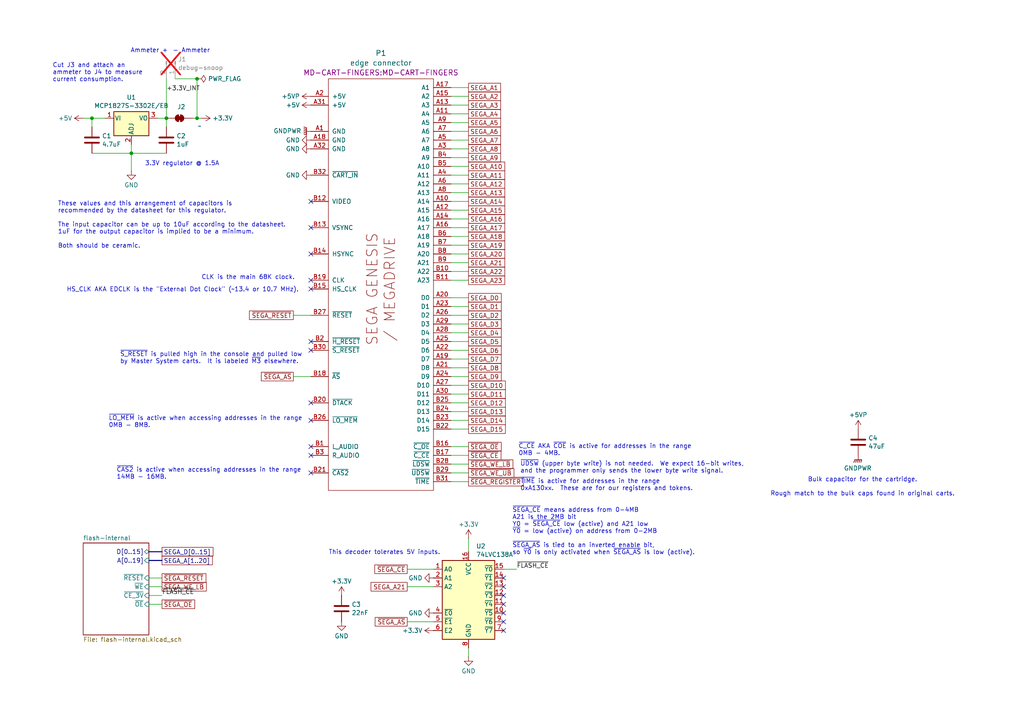
<source format=kicad_sch>
(kicad_sch (version 20250114) (generator "eeschema") (generator_version "9.0")
  (paper "A4")
  (title_block (title "Kinetoscope cart edge, power regulator, and Flash"))
  (lib_symbols
    (symbol "74xx:74HC138"
      (property "Reference" "U" (at -7.62 13.97 0))
      (property "Value" "74HC138" (at 2.54 -11.43 0))
      (symbol "74HC138_0_1"
        (rectangle (start -7.62 12.7) (end 7.62 -10.16) (stroke (width 0.254)) (fill (type background)))
      )
      (symbol "74HC138_1_1"
        (pin input line (at -10.16 10.16 0) (length 2.54) (name "A0") (number "1"))
        (pin input line (at -10.16 7.62 0) (length 2.54) (name "A1") (number "2"))
        (pin input line (at -10.16 5.08 0) (length 2.54) (name "A2") (number "3"))
        (pin input line (at -10.16 -2.54 0) (length 2.54) (name "~{E0}") (number "4"))
        (pin input line (at -10.16 -5.08 0) (length 2.54) (name "~{E1}") (number "5"))
        (pin input line (at -10.16 -7.62 0) (length 2.54) (name "E2") (number "6"))
        (pin power_in line (at 0 15.24 270) (length 2.54) (name "VCC") (number "16"))
        (pin power_in line (at 0 -12.7 90) (length 2.54) (name "GND") (number "8"))
        (pin output line (at 10.16 10.16 180) (length 2.54) (name "~{Y0}") (number "15"))
        (pin output line (at 10.16 7.62 180) (length 2.54) (name "~{Y1}") (number "14"))
        (pin output line (at 10.16 5.08 180) (length 2.54) (name "~{Y2}") (number "13"))
        (pin output line (at 10.16 2.54 180) (length 2.54) (name "~{Y3}") (number "12"))
        (pin output line (at 10.16 0 180) (length 2.54) (name "~{Y4}") (number "11"))
        (pin output line (at 10.16 -2.54 180) (length 2.54) (name "~{Y5}") (number "10"))
        (pin output line (at 10.16 -5.08 180) (length 2.54) (name "~{Y6}") (number "9"))
        (pin output line (at 10.16 -7.62 180) (length 2.54) (name "~{Y7}") (number "7"))
      )
    )
    (symbol "Connector:Conn_01x02_Pin" (pin_names (offset 1.016) (hide yes))
      (property "Reference" "J" (at 0 2.54 0))
      (property "Value" "Conn_01x02_Pin" (at 0 -5.08 0))
      (symbol "Conn_01x02_Pin_1_1"
        (rectangle (start 0.8636 0.127) (end 0 -0.127) (stroke (width 0.1524)) (fill (type outline)))
        (rectangle (start 0.8636 -2.413) (end 0 -2.667) (stroke (width 0.1524)) (fill (type outline)))
        (polyline (pts (xy 1.27 0) (xy 0.8636 0)) (stroke (width 0.1524)))
        (polyline (pts (xy 1.27 -2.54) (xy 0.8636 -2.54)) (stroke (width 0.1524)))
        (pin passive line (at 5.08 0 180) (length 3.81) (name "Pin_1") (number "1"))
        (pin passive line (at 5.08 -2.54 180) (length 3.81) (name "Pin_2") (number "2"))
      )
    )
    (symbol "Device:C" (pin_numbers (hide yes)) (pin_names (offset 0.254))
      (property "Reference" "C" (at 0.635 2.54 0))
      (property "Value" "C" (at 0.635 -2.54 0))
      (symbol "C_0_1"
        (polyline (pts (xy -2.032 0.762) (xy 2.032 0.762)) (stroke (width 0.508)))
        (polyline (pts (xy -2.032 -0.762) (xy 2.032 -0.762)) (stroke (width 0.508)))
      )
      (symbol "C_1_1"
        (pin passive line (at 0 3.81 270) (length 2.794) (name "~") (number "1"))
        (pin passive line (at 0 -3.81 90) (length 2.794) (name "~") (number "2"))
      )
    )
    (symbol "Jumper:SolderJumper_2_Bridged" (pin_numbers (hide yes)) (pin_names (offset 0) (hide yes)) (exclude_from_sim yes) (in_bom no)
      (property "Reference" "JP" (at 0 2.032 0))
      (property "Value" "SolderJumper_2_Bridged" (at 0 -2.54 0))
      (symbol "SolderJumper_2_Bridged_0_1"
        (rectangle (start -0.508 0.508) (end 0.508 -0.508) (fill (type outline)))
        (polyline (pts (xy -0.254 1.016) (xy -0.254 -1.016)))
        (arc (start -0.254 -1.016) (mid -1.2656 0) (end -0.254 1.016))
        (arc (start -0.254 -1.016) (mid -1.2656 0) (end -0.254 1.016) (fill (type outline)))
        (arc (start 0.254 1.016) (mid 1.2656 0) (end 0.254 -1.016))
        (arc (start 0.254 1.016) (mid 1.2656 0) (end 0.254 -1.016) (fill (type outline)))
        (polyline (pts (xy 0.254 1.016) (xy 0.254 -1.016)))
      )
      (symbol "SolderJumper_2_Bridged_1_1"
        (pin passive line (at -3.81 0 0) (length 2.54) (name "A") (number "1"))
        (pin passive line (at 3.81 0 180) (length 2.54) (name "B") (number "2"))
      )
    )
    (symbol "MD-CART-FINGERS:MD-CART-FINGERS" (pin_names (offset 1.016)) (in_bom no)
      (property "Reference" "P" (at -13.97 62.23 0))
      (property "Value" "MD-CART-FINGERS" (at -3.81 -59.69 0))
      (property "Footprint" "MD-CART-FINGERS:MD-CART-FINGERS" (at -0.508 -67.818 0))
      (symbol "MD-CART-FINGERS_0_1"
        (rectangle (start -15.24 60.96) (end 15.24 -58.42))
      )
      (symbol "MD-CART-FINGERS_1_0"
        (text "SEGA GENESIS" (at -2.54 0 900) (effects (font (size 3.048 3.048))))
        (text "/ MEGADRIVE" (at 2.54 0 900) (effects (font (size 3.048 3.048))))
      )
      (symbol "MD-CART-FINGERS_1_1"
        (pin power_out line (at -20.32 55.88 0) (length 5.08) (name "+5V") (number "A2"))
        (pin power_out line (at -20.32 53.34 0) (length 5.08) (name "+5V") (number "A31"))
        (pin power_out line (at -20.32 45.72 0) (length 5.08) (name "GND") (number "A1"))
        (pin power_out line (at -20.32 43.18 0) (length 5.08) (name "GND") (number "A18"))
        (pin power_out line (at -20.32 40.64 0) (length 5.08) (name "GND") (number "A32"))
        (pin input line (at -20.32 33.02 0) (length 5.08) (name "~{CART_IN}") (number "B32"))
        (pin passive line (at -20.32 25.4 0) (length 5.08) (name "VIDEO") (number "B12"))
        (pin output line (at -20.32 17.78 0) (length 5.08) (name "VSYNC") (number "B13"))
        (pin output line (at -20.32 10.16 0) (length 5.08) (name "HSYNC") (number "B14"))
        (pin output line (at -20.32 2.54 0) (length 5.08) (name "CLK") (number "B19"))
        (pin output line (at -20.32 0 0) (length 5.08) (name "HS_CLK") (number "B15"))
        (pin output line (at -20.32 -7.62 0) (length 5.08) (name "~{RESET}") (number "B27"))
        (pin input line (at -20.32 -15.24 0) (length 5.08) (name "~{H_RESET}") (number "B2"))
        (pin input line (at -20.32 -17.78 0) (length 5.08) (name "~{S_RESET}") (number "B30"))
        (pin output line (at -20.32 -25.4 0) (length 5.08) (name "~{AS}") (number "B18"))
        (pin input line (at -20.32 -33.02 0) (length 5.08) (name "~{DTACK}") (number "B20"))
        (pin output line (at -20.32 -38.1 0) (length 5.08) (name "~{LO_MEM}") (number "B26"))
        (pin passive line (at -20.32 -45.72 0) (length 5.08) (name "L_AUDIO") (number "B1"))
        (pin passive line (at -20.32 -48.26 0) (length 5.08) (name "R_AUDIO") (number "B3"))
        (pin output line (at -20.32 -53.34 0) (length 5.08) (name "~{CAS2}") (number "B21"))
        (pin output line (at 20.32 58.42 180) (length 5.08) (name "A1") (number "A17"))
        (pin output line (at 20.32 55.88 180) (length 5.08) (name "A2") (number "A15"))
        (pin output line (at 20.32 53.34 180) (length 5.08) (name "A3") (number "A13"))
        (pin output line (at 20.32 50.8 180) (length 5.08) (name "A4") (number "A11"))
        (pin output line (at 20.32 48.26 180) (length 5.08) (name "A5") (number "A9"))
        (pin output line (at 20.32 45.72 180) (length 5.08) (name "A6") (number "A7"))
        (pin output line (at 20.32 43.18 180) (length 5.08) (name "A7") (number "A5"))
        (pin output line (at 20.32 40.64 180) (length 5.08) (name "A8") (number "A3"))
        (pin output line (at 20.32 38.1 180) (length 5.08) (name "A9") (number "B4"))
        (pin output line (at 20.32 35.56 180) (length 5.08) (name "A10") (number "B5"))
        (pin output line (at 20.32 33.02 180) (length 5.08) (name "A11") (number "A4"))
        (pin output line (at 20.32 30.48 180) (length 5.08) (name "A12") (number "A6"))
        (pin output line (at 20.32 27.94 180) (length 5.08) (name "A13") (number "A8"))
        (pin output line (at 20.32 25.4 180) (length 5.08) (name "A14") (number "A10"))
        (pin output line (at 20.32 22.86 180) (length 5.08) (name "A15") (number "A12"))
        (pin output line (at 20.32 20.32 180) (length 5.08) (name "A16") (number "A14"))
        (pin output line (at 20.32 17.78 180) (length 5.08) (name "A17") (number "A16"))
        (pin output line (at 20.32 15.24 180) (length 5.08) (name "A18") (number "B6"))
        (pin output line (at 20.32 12.7 180) (length 5.08) (name "A19") (number "B7"))
        (pin output line (at 20.32 10.16 180) (length 5.08) (name "A20") (number "B8"))
        (pin output line (at 20.32 7.62 180) (length 5.08) (name "A21") (number "B9"))
        (pin output line (at 20.32 5.08 180) (length 5.08) (name "A22") (number "B10"))
        (pin output line (at 20.32 2.54 180) (length 5.08) (name "A23") (number "B11"))
        (pin tri_state line (at 20.32 -2.54 180) (length 5.08) (name "D0") (number "A20"))
        (pin tri_state line (at 20.32 -5.08 180) (length 5.08) (name "D1") (number "A23"))
        (pin tri_state line (at 20.32 -7.62 180) (length 5.08) (name "D2") (number "A26"))
        (pin tri_state line (at 20.32 -10.16 180) (length 5.08) (name "D3") (number "A29"))
        (pin tri_state line (at 20.32 -12.7 180) (length 5.08) (name "D4") (number "A28"))
        (pin tri_state line (at 20.32 -15.24 180) (length 5.08) (name "D5") (number "A25"))
        (pin tri_state line (at 20.32 -17.78 180) (length 5.08) (name "D6") (number "A22"))
        (pin tri_state line (at 20.32 -20.32 180) (length 5.08) (name "D7") (number "A19"))
        (pin tri_state line (at 20.32 -22.86 180) (length 5.08) (name "D8") (number "A21"))
        (pin tri_state line (at 20.32 -25.4 180) (length 5.08) (name "D9") (number "A24"))
        (pin tri_state line (at 20.32 -27.94 180) (length 5.08) (name "D10") (number "A27"))
        (pin tri_state line (at 20.32 -30.48 180) (length 5.08) (name "D11") (number "A30"))
        (pin tri_state line (at 20.32 -33.02 180) (length 5.08) (name "D12") (number "B25"))
        (pin tri_state line (at 20.32 -35.56 180) (length 5.08) (name "D13") (number "B24"))
        (pin tri_state line (at 20.32 -38.1 180) (length 5.08) (name "D14") (number "B23"))
        (pin tri_state line (at 20.32 -40.64 180) (length 5.08) (name "D15") (number "B22"))
        (pin output line (at 20.32 -45.72 180) (length 5.08) (name "~{C_OE}") (number "B16"))
        (pin output line (at 20.32 -48.26 180) (length 5.08) (name "~{C_CE}") (number "B17"))
        (pin output line (at 20.32 -50.8 180) (length 5.08) (name "~{LDSW}") (number "B28"))
        (pin output line (at 20.32 -53.34 180) (length 5.08) (name "~{UDSW}") (number "B29"))
        (pin output line (at 20.32 -55.88 180) (length 5.08) (name "~{TIME}") (number "B31"))
      )
    )
    (symbol "Regulator_Linear:LM317_TO39" (pin_names (offset 0.254))
      (property "Reference" "U" (at -3.81 3.175 0))
      (property "Value" "LM317_TO39" (at 0 3.175 0))
      (symbol "LM317_TO39_0_1"
        (rectangle (start -5.08 1.905) (end 5.08 -5.08) (stroke (width 0.254)) (fill (type background)))
      )
      (symbol "LM317_TO39_1_1"
        (pin power_in line (at -7.62 0 0) (length 2.54) (name "VI") (number "1"))
        (pin input line (at 0 -7.62 90) (length 2.54) (name "ADJ") (number "2"))
        (pin power_out line (at 7.62 0 180) (length 2.54) (name "VO") (number "3"))
      )
    )
    (symbol "power:+3.3V" (power) (pin_numbers (hide yes)) (pin_names (offset 0) (hide yes))
      (property "Value" "+3.3V" (at 0 3.556 0))
      (symbol "+3.3V_0_1"
        (polyline (pts (xy -0.762 1.27) (xy 0 2.54)))
        (polyline (pts (xy 0 2.54) (xy 0.762 1.27)))
        (polyline (pts (xy 0 0) (xy 0 2.54)))
      )
      (symbol "+3.3V_1_1"
        (pin power_in line (at 0 0 90) (length 0) (name "~") (number "1"))
      )
    )
    (symbol "power:+5V" (power) (pin_numbers (hide yes)) (pin_names (offset 0) (hide yes))
      (property "Value" "+5V" (at 0 3.556 0))
      (symbol "+5V_0_1"
        (polyline (pts (xy -0.762 1.27) (xy 0 2.54)))
        (polyline (pts (xy 0 2.54) (xy 0.762 1.27)))
        (polyline (pts (xy 0 0) (xy 0 2.54)))
      )
      (symbol "+5V_1_1"
        (pin power_in line (at 0 0 90) (length 0) (name "~") (number "1"))
      )
    )
    (symbol "power:+5VP" (power) (pin_numbers (hide yes)) (pin_names (offset 0) (hide yes))
      (property "Value" "+5VP" (at 0 3.556 0))
      (symbol "+5VP_0_1"
        (polyline (pts (xy -0.762 1.27) (xy 0 2.54)))
        (polyline (pts (xy 0 2.54) (xy 0.762 1.27)))
        (polyline (pts (xy 0 0) (xy 0 2.54)))
      )
      (symbol "+5VP_1_1"
        (pin power_in line (at 0 0 90) (length 0) (name "~") (number "1"))
      )
    )
    (symbol "power:GND" (power) (pin_numbers (hide yes)) (pin_names (offset 0) (hide yes))
      (property "Value" "GND" (at 0 -3.81 0))
      (symbol "GND_0_1"
        (polyline (pts (xy 0 0) (xy 0 -1.27) (xy 1.27 -1.27) (xy 0 -2.54) (xy -1.27 -1.27) (xy 0 -1.27)))
      )
      (symbol "GND_1_1"
        (pin power_in line (at 0 0 270) (length 0) (name "~") (number "1"))
      )
    )
    (symbol "power:GNDPWR" (power) (pin_numbers (hide yes)) (pin_names (offset 0) (hide yes))
      (property "Value" "GNDPWR" (at 0 -3.302 0))
      (symbol "GNDPWR_0_1"
        (polyline (pts (xy -1.016 -1.27) (xy -1.27 -2.032) (xy -1.27 -2.032)) (stroke (width 0.2032)))
        (polyline (pts (xy -0.508 -1.27) (xy -0.762 -2.032) (xy -0.762 -2.032)) (stroke (width 0.2032)))
        (polyline (pts (xy 0 -1.27) (xy 0 0)))
        (polyline (pts (xy 0 -1.27) (xy -0.254 -2.032) (xy -0.254 -2.032)) (stroke (width 0.2032)))
        (polyline (pts (xy 0.508 -1.27) (xy 0.254 -2.032) (xy 0.254 -2.032)) (stroke (width 0.2032)))
        (polyline (pts (xy 1.016 -1.27) (xy -1.016 -1.27) (xy -1.016 -1.27)) (stroke (width 0.2032)))
        (polyline (pts (xy 1.016 -1.27) (xy 0.762 -2.032) (xy 0.762 -2.032) (xy 0.762 -2.032)) (stroke (width 0.2032)))
      )
      (symbol "GNDPWR_1_1"
        (pin power_in line (at 0 0 270) (length 0) (name "~") (number "1"))
      )
    )
    (symbol "power:PWR_FLAG" (power) (pin_numbers (hide yes)) (pin_names (offset 0) (hide yes))
      (property "Value" "PWR_FLAG" (at 0 3.81 0))
      (symbol "PWR_FLAG_0_0"
        (pin power_out line (at 0 0 90) (length 0) (name "~") (number "1"))
      )
      (symbol "PWR_FLAG_0_1"
        (polyline (pts (xy 0 0) (xy 0 1.27) (xy -1.016 1.905) (xy 0 2.54) (xy 1.016 1.905) (xy 0 1.27)))
      )
    )
  )
  (text "~{S_RESET} is pulled high in the console and pulled low\nby Master System carts.  It is labeled ~{M3} elsewhere." (at 34.798 103.886 0) (effects (font (size 1.27 1.27)) (justify left)))
  (text "~{SEGA_CE} means address from 0-4MB\nA21 is the 2MB bit\nY0 = ~{SEGA_CE} low (active) and A21 low\n~{Y0} = low (active) on address from 0-2MB\n\n~{SEGA_AS} is tied to an inverted enable bit,\nso ~{Y0} is only activated when ~{SEGA_AS} is low (active)." (at 148.59 154.178 0) (effects (font (size 1.27 1.27)) (justify left)))
  (text "Ammeter +" (at 37.846 14.732 0) (effects (font (size 1.27 1.27)) (justify left)))
  (text "Bulk capacitor for the cartridge.\n\nRough match to the bulk caps found in original carts." (at 250.19 141.224 0) (effects (font (size 1.27 1.27))))
  (text "- Ammeter" (at 50.038 14.732 0) (effects (font (size 1.27 1.27)) (justify left)))
  (text "~{C_CE} AKA ~{COE} is active for addresses in the range\n0MB - 4MB." (at 150.368 130.556 0) (effects (font (size 1.27 1.27)) (justify left)))
  (text "HS_CLK AKA EDCLK is the \"External Dot Clock\" (~13.4 or 10.7 MHz)." (at 19.304 84.074 0) (effects (font (size 1.27 1.27)) (justify left)))
  (text "3.3V regulator @ 1.5A" (at 52.832 47.498 0) (effects (font (size 1.27 1.27))))
  (text "~{TIME} is active for addresses in the range\n0xA130xx.  These are for our registers and tokens." (at 150.876 140.716 0) (effects (font (size 1.27 1.27)) (justify left)))
  (text "Cut J3 and attach an\nammeter to J4 to measure\ncurrent consumption." (at 15.24 21.082 0) (effects (font (size 1.27 1.27)) (justify left)))
  (text "~{LO_MEM} is active when accessing addresses in the range\n0MB - 8MB." (at 31.496 122.428 0) (effects (font (size 1.27 1.27)) (justify left)))
  (text "These values and this arrangement of capacitors is\nrecommended by the datasheet for this regulator.\n\nThe input capacitor can be up to 10uF according to the datasheet.\n1uF for the output capacitor is implied to be a minimum.\n\nBoth should be ceramic." (at 16.764 65.278 0) (effects (font (size 1.27 1.27)) (justify left)))
  (text "This decoder tolerates 5V inputs." (at 111.506 160.274 0) (effects (font (size 1.27 1.27))))
  (text "CLK is the main 68K clock." (at 58.42 80.518 0) (effects (font (size 1.27 1.27)) (justify left)))
  (text "~{UDSW} (upper byte write) is not needed.  We expect 16-bit writes,\nand the programmer only sends the lower byte write signal." (at 150.876 135.636 0) (effects (font (size 1.27 1.27)) (justify left)))
  (text "~{CAS2} is active when accessing addresses in the range\n14MB - 16MB." (at 33.782 137.414 0) (effects (font (size 1.27 1.27)) (justify left)))
  (junction (at 57.15 34.29))
  (junction (at 26.67 34.29))
  (junction (at 57.15 22.86))
  (junction (at 38.1 44.45))
  (junction (at 48.26 34.29))
  (no_connect (at 90.17 132.08))
  (no_connect (at 90.17 116.84))
  (no_connect (at 90.17 101.6))
  (no_connect (at 146.05 167.64))
  (no_connect (at 146.05 180.34))
  (no_connect (at 146.05 177.8))
  (no_connect (at 90.17 99.06))
  (no_connect (at 146.05 172.72))
  (no_connect (at 90.17 137.16))
  (no_connect (at 90.17 81.28))
  (no_connect (at 146.05 182.88))
  (no_connect (at 90.17 121.92))
  (no_connect (at 90.17 66.04))
  (no_connect (at 90.17 129.54))
  (no_connect (at 146.05 175.26))
  (no_connect (at 90.17 83.82))
  (no_connect (at 90.17 73.66))
  (no_connect (at 90.17 58.42))
  (no_connect (at 146.05 170.18))
  (wire (pts (xy 130.81 91.44) (xy 135.89 91.44)))
  (wire (pts (xy 130.81 104.14) (xy 135.89 104.14)))
  (wire (pts (xy 85.09 91.44) (xy 90.17 91.44)))
  (wire (pts (xy 57.15 34.29) (xy 58.42 34.29)))
  (wire (pts (xy 118.11 165.1) (xy 125.73 165.1)))
  (wire (pts (xy 130.81 111.76) (xy 135.89 111.76)))
  (wire (pts (xy 130.81 114.3) (xy 135.89 114.3)))
  (wire (pts (xy 130.81 78.74) (xy 135.89 78.74)))
  (wire (pts (xy 130.81 119.38) (xy 135.89 119.38)))
  (wire (pts (xy 50.8 22.86) (xy 57.15 22.86)))
  (wire (pts (xy 130.81 121.92) (xy 135.89 121.92)))
  (wire (pts (xy 38.1 44.45) (xy 38.1 49.53)))
  (wire (pts (xy 130.81 25.4) (xy 135.89 25.4)))
  (wire (pts (xy 118.11 180.34) (xy 125.73 180.34)))
  (wire (pts (xy 130.81 99.06) (xy 135.89 99.06)))
  (wire (pts (xy 130.81 139.7) (xy 135.89 139.7)))
  (wire (pts (xy 130.81 134.62) (xy 135.89 134.62)))
  (wire (pts (xy 45.72 34.29) (xy 48.26 34.29)))
  (wire (pts (xy 130.81 71.12) (xy 135.89 71.12)))
  (wire (pts (xy 130.81 53.34) (xy 135.89 53.34)))
  (wire (pts (xy 130.81 45.72) (xy 135.89 45.72)))
  (wire (pts (xy 130.81 137.16) (xy 135.89 137.16)))
  (wire (pts (xy 26.67 44.45) (xy 38.1 44.45)))
  (wire (pts (xy 38.1 44.45) (xy 48.26 44.45)))
  (wire (pts (xy 130.81 96.52) (xy 135.89 96.52)))
  (wire (pts (xy 146.05 165.1) (xy 149.86 165.1)))
  (wire (pts (xy 130.81 38.1) (xy 135.89 38.1)))
  (wire (pts (xy 130.81 86.36) (xy 135.89 86.36)))
  (wire (pts (xy 57.15 22.86) (xy 57.15 34.29)))
  (wire (pts (xy 130.81 76.2) (xy 135.89 76.2)))
  (wire (pts (xy 130.81 40.64) (xy 135.89 40.64)))
  (wire (pts (xy 130.81 43.18) (xy 135.89 43.18)))
  (wire (pts (xy 130.81 124.46) (xy 135.89 124.46)))
  (wire (pts (xy 43.18 170.18) (xy 46.99 170.18)))
  (wire (pts (xy 130.81 48.26) (xy 135.89 48.26)))
  (wire (pts (xy 85.09 109.22) (xy 90.17 109.22)))
  (wire (pts (xy 130.81 35.56) (xy 135.89 35.56)))
  (bus (pts (xy 43.18 160.02) (xy 46.99 160.02)))
  (wire (pts (xy 130.81 60.96) (xy 135.89 60.96)))
  (wire (pts (xy 130.81 55.88) (xy 135.89 55.88)))
  (wire (pts (xy 130.81 58.42) (xy 135.89 58.42)))
  (wire (pts (xy 130.81 116.84) (xy 135.89 116.84)))
  (wire (pts (xy 130.81 88.9) (xy 135.89 88.9)))
  (wire (pts (xy 48.26 22.86) (xy 48.26 34.29)))
  (wire (pts (xy 24.13 34.29) (xy 26.67 34.29)))
  (wire (pts (xy 118.11 170.18) (xy 125.73 170.18)))
  (wire (pts (xy 130.81 73.66) (xy 135.89 73.66)))
  (wire (pts (xy 130.81 27.94) (xy 135.89 27.94)))
  (wire (pts (xy 135.89 190.5) (xy 135.89 187.96)))
  (wire (pts (xy 130.81 129.54) (xy 135.89 129.54)))
  (wire (pts (xy 130.81 109.22) (xy 135.89 109.22)))
  (wire (pts (xy 38.1 41.91) (xy 38.1 44.45)))
  (wire (pts (xy 130.81 63.5) (xy 135.89 63.5)))
  (wire (pts (xy 130.81 50.8) (xy 135.89 50.8)))
  (wire (pts (xy 43.18 167.64) (xy 46.99 167.64)))
  (wire (pts (xy 130.81 81.28) (xy 135.89 81.28)))
  (bus (pts (xy 43.18 162.56) (xy 46.99 162.56)))
  (wire (pts (xy 130.81 101.6) (xy 135.89 101.6)))
  (wire (pts (xy 55.88 34.29) (xy 57.15 34.29)))
  (wire (pts (xy 130.81 132.08) (xy 135.89 132.08)))
  (wire (pts (xy 130.81 66.04) (xy 135.89 66.04)))
  (wire (pts (xy 48.26 34.29) (xy 48.26 36.83)))
  (wire (pts (xy 130.81 68.58) (xy 135.89 68.58)))
  (wire (pts (xy 130.81 106.68) (xy 135.89 106.68)))
  (wire (pts (xy 26.67 34.29) (xy 30.48 34.29)))
  (wire (pts (xy 130.81 33.02) (xy 135.89 33.02)))
  (wire (pts (xy 135.89 156.21) (xy 135.89 160.02)))
  (wire (pts (xy 43.18 172.72) (xy 46.99 172.72)))
  (wire (pts (xy 130.81 30.48) (xy 135.89 30.48)))
  (wire (pts (xy 43.18 175.26) (xy 46.99 175.26)))
  (wire (pts (xy 26.67 34.29) (xy 26.67 36.83)))
  (wire (pts (xy 130.81 93.98) (xy 135.89 93.98)))
  (label "~{FLASH_CE}" (at 46.99 172.72 0))
  (label "~{FLASH_CE}" (at 149.86 165.1 0))
  (label "+3.3V_INT" (at 48.26 26.6171 0))
  (global_label "SEGA_D[0..15]" (shape passive) (at 46.99 160.02 0) (property "Intersheetrefs" "${INTERSHEET_REFS}" (effects (hide yes))))
  (global_label "~{SEGA_REGISTER}" (shape passive) (at 135.89 139.7 0) (property "Intersheetrefs" "${INTERSHEET_REFS}" (effects (hide yes))))
  (global_label "SEGA_A4" (shape passive) (at 135.89 33.02 0) (property "Intersheetrefs" "${INTERSHEET_REFS}" (effects (hide yes))))
  (global_label "~{SEGA_AS}" (shape passive) (at 118.11 180.34 180) (property "Intersheetrefs" "${INTERSHEET_REFS}" (effects (hide yes))))
  (global_label "~{SEGA_WE_LB}" (shape passive) (at 135.89 134.62 0) (property "Intersheetrefs" "${INTERSHEET_REFS}" (effects (hide yes))))
  (global_label "SEGA_A5" (shape passive) (at 135.89 35.56 0) (property "Intersheetrefs" "${INTERSHEET_REFS}" (effects (hide yes))))
  (global_label "SEGA_A1" (shape passive) (at 135.89 25.4 0) (property "Intersheetrefs" "${INTERSHEET_REFS}" (effects (hide yes))))
  (global_label "SEGA_D8" (shape passive) (at 135.89 106.68 0) (property "Intersheetrefs" "${INTERSHEET_REFS}" (effects (hide yes))))
  (global_label "SEGA_A17" (shape passive) (at 135.89 66.04 0) (property "Intersheetrefs" "${INTERSHEET_REFS}" (effects (hide yes))))
  (global_label "SEGA_D3" (shape passive) (at 135.89 93.98 0) (property "Intersheetrefs" "${INTERSHEET_REFS}" (effects (hide yes))))
  (global_label "SEGA_A7" (shape passive) (at 135.89 40.64 0) (property "Intersheetrefs" "${INTERSHEET_REFS}" (effects (hide yes))))
  (global_label "SEGA_A16" (shape passive) (at 135.89 63.5 0) (property "Intersheetrefs" "${INTERSHEET_REFS}" (effects (hide yes))))
  (global_label "~{SEGA_WE_LB}" (shape passive) (at 46.99 170.18 0) (property "Intersheetrefs" "${INTERSHEET_REFS}" (effects (hide yes))))
  (global_label "~{SEGA_OE}" (shape passive) (at 135.89 129.54 0) (property "Intersheetrefs" "${INTERSHEET_REFS}" (effects (hide yes))))
  (global_label "~{SEGA_RESET}" (shape passive) (at 85.09 91.44 180) (property "Intersheetrefs" "${INTERSHEET_REFS}" (effects (hide yes))))
  (global_label "SEGA_A13" (shape passive) (at 135.89 55.88 0) (property "Intersheetrefs" "${INTERSHEET_REFS}" (effects (hide yes))))
  (global_label "SEGA_D7" (shape passive) (at 135.89 104.14 0) (property "Intersheetrefs" "${INTERSHEET_REFS}" (effects (hide yes))))
  (global_label "SEGA_A12" (shape passive) (at 135.89 53.34 0) (property "Intersheetrefs" "${INTERSHEET_REFS}" (effects (hide yes))))
  (global_label "SEGA_A2" (shape passive) (at 135.89 27.94 0) (property "Intersheetrefs" "${INTERSHEET_REFS}" (effects (hide yes))))
  (global_label "SEGA_D0" (shape passive) (at 135.89 86.36 0) (property "Intersheetrefs" "${INTERSHEET_REFS}" (effects (hide yes))))
  (global_label "SEGA_D6" (shape passive) (at 135.89 101.6 0) (property "Intersheetrefs" "${INTERSHEET_REFS}" (effects (hide yes))))
  (global_label "SEGA_D9" (shape passive) (at 135.89 109.22 0) (property "Intersheetrefs" "${INTERSHEET_REFS}" (effects (hide yes))))
  (global_label "SEGA_A3" (shape passive) (at 135.89 30.48 0) (property "Intersheetrefs" "${INTERSHEET_REFS}" (effects (hide yes))))
  (global_label "SEGA_A20" (shape passive) (at 135.89 73.66 0) (property "Intersheetrefs" "${INTERSHEET_REFS}" (effects (hide yes))))
  (global_label "SEGA_A11" (shape passive) (at 135.89 50.8 0) (property "Intersheetrefs" "${INTERSHEET_REFS}" (effects (hide yes))))
  (global_label "~{SEGA_RESET}" (shape passive) (at 46.99 167.64 0) (property "Intersheetrefs" "${INTERSHEET_REFS}" (effects (hide yes))))
  (global_label "SEGA_A6" (shape passive) (at 135.89 38.1 0) (property "Intersheetrefs" "${INTERSHEET_REFS}" (effects (hide yes))))
  (global_label "~{SEGA_WE_UB}" (shape passive) (at 135.89 137.16 0) (property "Intersheetrefs" "${INTERSHEET_REFS}" (effects (hide yes))))
  (global_label "SEGA_A19" (shape passive) (at 135.89 71.12 0) (property "Intersheetrefs" "${INTERSHEET_REFS}" (effects (hide yes))))
  (global_label "SEGA_A23" (shape passive) (at 135.89 81.28 0) (property "Intersheetrefs" "${INTERSHEET_REFS}" (effects (hide yes))))
  (global_label "SEGA_A15" (shape passive) (at 135.89 60.96 0) (property "Intersheetrefs" "${INTERSHEET_REFS}" (effects (hide yes))))
  (global_label "SEGA_D4" (shape passive) (at 135.89 96.52 0) (property "Intersheetrefs" "${INTERSHEET_REFS}" (effects (hide yes))))
  (global_label "SEGA_D11" (shape passive) (at 135.89 114.3 0) (property "Intersheetrefs" "${INTERSHEET_REFS}" (effects (hide yes))))
  (global_label "SEGA_D5" (shape passive) (at 135.89 99.06 0) (property "Intersheetrefs" "${INTERSHEET_REFS}" (effects (hide yes))))
  (global_label "SEGA_D1" (shape passive) (at 135.89 88.9 0) (property "Intersheetrefs" "${INTERSHEET_REFS}" (effects (hide yes))))
  (global_label "SEGA_D10" (shape passive) (at 135.89 111.76 0) (property "Intersheetrefs" "${INTERSHEET_REFS}" (effects (hide yes))))
  (global_label "SEGA_D2" (shape passive) (at 135.89 91.44 0) (property "Intersheetrefs" "${INTERSHEET_REFS}" (effects (hide yes))))
  (global_label "~{SEGA_CE}" (shape passive) (at 118.11 165.1 180) (property "Intersheetrefs" "${INTERSHEET_REFS}" (effects (hide yes))))
  (global_label "SEGA_A[1..20]" (shape passive) (at 46.99 162.56 0) (property "Intersheetrefs" "${INTERSHEET_REFS}" (effects (hide yes))))
  (global_label "SEGA_A14" (shape passive) (at 135.89 58.42 0) (property "Intersheetrefs" "${INTERSHEET_REFS}" (effects (hide yes))))
  (global_label "SEGA_A21" (shape passive) (at 118.11 170.18 180) (property "Intersheetrefs" "${INTERSHEET_REFS}" (effects (hide yes))))
  (global_label "~{SEGA_OE}" (shape passive) (at 46.99 175.26 0) (property "Intersheetrefs" "${INTERSHEET_REFS}" (effects (hide yes))))
  (global_label "SEGA_D13" (shape passive) (at 135.89 119.38 0) (property "Intersheetrefs" "${INTERSHEET_REFS}" (effects (hide yes))))
  (global_label "SEGA_A21" (shape passive) (at 135.89 76.2 0) (property "Intersheetrefs" "${INTERSHEET_REFS}" (effects (hide yes))))
  (global_label "~{SEGA_AS}" (shape passive) (at 85.09 109.22 180) (property "Intersheetrefs" "${INTERSHEET_REFS}" (effects (hide yes))))
  (global_label "SEGA_D15" (shape passive) (at 135.89 124.46 0) (property "Intersheetrefs" "${INTERSHEET_REFS}" (effects (hide yes))))
  (global_label "SEGA_D14" (shape passive) (at 135.89 121.92 0) (property "Intersheetrefs" "${INTERSHEET_REFS}" (effects (hide yes))))
  (global_label "SEGA_A22" (shape passive) (at 135.89 78.74 0) (property "Intersheetrefs" "${INTERSHEET_REFS}" (effects (hide yes))))
  (global_label "SEGA_A9" (shape passive) (at 135.89 45.72 0) (property "Intersheetrefs" "${INTERSHEET_REFS}" (effects (hide yes))))
  (global_label "SEGA_A8" (shape passive) (at 135.89 43.18 0) (property "Intersheetrefs" "${INTERSHEET_REFS}" (effects (hide yes))))
  (global_label "SEGA_A18" (shape passive) (at 135.89 68.58 0) (property "Intersheetrefs" "${INTERSHEET_REFS}" (effects (hide yes))))
  (global_label "SEGA_D12" (shape passive) (at 135.89 116.84 0) (property "Intersheetrefs" "${INTERSHEET_REFS}" (effects (hide yes))))
  (global_label "~{SEGA_CE}" (shape passive) (at 135.89 132.08 0) (property "Intersheetrefs" "${INTERSHEET_REFS}" (effects (hide yes))))
  (global_label "SEGA_A10" (shape passive) (at 135.89 48.26 0) (property "Intersheetrefs" "${INTERSHEET_REFS}" (effects (hide yes))))
  (symbol (lib_id "power:GND") (at 99.06 180.34 0) (unit 1)
    (property "Reference" "#PWR017" (effects (hide yes)))
    (property "Value" "GND" (at 99.06 184.4731 0))
    (property "Description" "Power symbol creates a global label with name \"GND\" , ground" (effects (hide yes)))
  )
  (symbol (lib_id "Device:C") (at 248.92 128.27 0) (unit 1)
    (property "Reference" "C4" (at 251.841 127.0578 0) (effects (justify left)))
    (property "Value" "47uF" (at 251.841 129.4821 0) (effects (justify left)))
    (property "Footprint" "Capacitor_SMD:C_1206_3216Metric" (effects (hide yes)))
    (property "Datasheet" "https://www.mouser.com/datasheet/2/585/MLCC-1837944.pdf" (effects (hide yes)))
    (property "Description" "Unpolarized capacitor" (effects (hide yes)))
    (property "Mouser Part Number" "187-CL31A476MPHNNNE" (effects (hide yes)))
    (property "Part Number" "CL31A476MPHNNNE" (effects (hide yes)))
    (property "JLCPCB Part Number" "C96123" (effects (hide yes)))
  )
  (symbol (lib_id "MD-CART-FINGERS:MD-CART-FINGERS") (at 110.49 83.82 0) (unit 1) (in_bom no)
    (property "Reference" "P1" (at 110.49 15.3968 0) (effects (font (size 1.524 1.524))))
    (property "Value" "edge connector" (at 110.49 18.2297 0) (effects (font (size 1.524 1.524))))
    (property "Footprint" "MD-CART-FINGERS:MD-CART-FINGERS" (at 110.49 21.0626 0) (effects (font (size 1.524 1.524))))
  )
  (symbol (lib_id "power:+5VP") (at 248.92 124.46 0) (unit 1)
    (property "Reference" "#PWR023" (effects (hide yes)))
    (property "Value" "+5VP" (at 248.92 120.3269 0))
    (property "Description" "Power symbol creates a global label with name \"+5VP\"" (effects (hide yes)))
  )
  (symbol (lib_id "Device:C") (at 99.06 176.53 0) (unit 1)
    (property "Reference" "C3" (at 101.981 175.3178 0) (effects (justify left)))
    (property "Value" "22nF" (at 101.981 177.7421 0) (effects (justify left)))
    (property "Footprint" "Capacitor_SMD:C_0603_1608Metric" (effects (hide yes)))
    (property "Datasheet" "https://www.mouser.com/datasheet/2/447/KEM_C1002_X7R_SMD-3316098.pdf" (effects (hide yes)))
    (property "Description" "Unpolarized capacitor" (effects (hide yes)))
    (property "Mouser Part Number" "80-C0603C223K4R" (effects (hide yes)))
    (property "Part Number" "C0603C223K4RACTU" (effects (hide yes)))
    (property "JLCPCB Part Number" "CL10B223KB8NNNC" (effects (hide yes)))
  )
  (symbol (lib_id "power:+5V") (at 90.17 30.48 90) (unit 1)
    (property "Reference" "#PWR011" (effects (hide yes)))
    (property "Value" "+5V" (at 86.9951 30.48 90) (effects (justify left)))
    (property "Description" "Power symbol creates a global label with name \"+5V\"" (effects (hide yes)))
  )
  (symbol (lib_id "power:GND") (at 90.17 40.64 270) (unit 1)
    (property "Reference" "#PWR013" (effects (hide yes)))
    (property "Value" "GND" (at 86.9951 40.64 90) (effects (justify right)))
    (property "Description" "Power symbol creates a global label with name \"GND\" , ground" (effects (hide yes)))
  )
  (symbol (lib_id "power:GNDPWR") (at 248.92 132.08 0) (unit 1)
    (property "Reference" "#PWR024" (effects (hide yes)))
    (property "Value" "GNDPWR" (at 248.793 135.8067 0))
    (property "Description" "Power symbol creates a global label with name \"GNDPWR\" , global ground" (effects (hide yes)))
  )
  (symbol (lib_id "power:GND") (at 90.17 43.18 270) (unit 1)
    (property "Reference" "#PWR014" (effects (hide yes)))
    (property "Value" "GND" (at 86.9951 43.18 90) (effects (justify right)))
    (property "Description" "Power symbol creates a global label with name \"GND\" , ground" (effects (hide yes)))
  )
  (symbol (lib_id "power:+3.3V") (at 99.06 172.72 0) (unit 1)
    (property "Reference" "#PWR016" (effects (hide yes)))
    (property "Value" "+3.3V" (at 99.06 168.5869 0))
    (property "Description" "Power symbol creates a global label with name \"+3.3V\"" (effects (hide yes)))
  )
  (symbol (lib_id "Regulator_Linear:LM317_TO39") (at 38.1 34.29 0) (unit 1)
    (property "Reference" "U1" (at 38.1 28.2405 0))
    (property "Value" "MCP1827S-3302E/EB" (at 38.1 30.6648 0))
    (property "Footprint" "Package_TO_SOT_SMD:TO-252-3_TabPin2" (effects (hide yes)))
    (property "Datasheet" "https://ww1.microchip.com/downloads/aemDocuments/documents/APID/ProductDocuments/DataSheets/MCP1827-Data-Sheet-DS20002001.pdf" (effects (hide yes)))
    (property "Description" "1.5A 3.3V fixed linear regulator, low-drop-out" (effects (hide yes)))
    (property "Mouser Part Number" "579-MCP1827S3302E/EB" (effects (hide yes)))
    (property "Part Number" "MCP1827S-3302E/EB" (effects (hide yes)))
    (property "JLCPCB Part Number" "C641200" (effects (hide yes)))
  )
  (symbol (lib_id "74xx:74HC138") (at 135.89 175.26 0) (unit 1)
    (property "Reference" "U2" (at 138.0841 158.4155 0) (effects (justify left)))
    (property "Value" "74LVC138A" (at 138.0841 160.8398 0) (effects (justify left)))
    (property "Footprint" "Package_SO:TSSOP-16_4.4x5mm_P0.65mm" (effects (hide yes)))
    (property "Datasheet" "https://www.mouser.com/datasheet/2/916/74LVC138A-2937328.pdf" (effects (hide yes)))
    (property "Description" "3-to-8 line decoder/multiplexer inverting, DIP-16/SOIC-16/SSOP-16" (effects (hide yes)))
    (property "JLCPCB Part Number" "C6062" (effects (hide yes)))
    (property "Mouser Part Number" "771-74LVC138APW-T" (effects (hide yes)))
    (property "Part Number" "74LVC138APW,118" (effects (hide yes)))
  )
  (symbol (lib_id "power:+3.3V") (at 135.89 156.21 0) (unit 1)
    (property "Reference" "#PWR021" (effects (hide yes)))
    (property "Value" "+3.3V" (at 135.89 152.0769 0))
    (property "Description" "Power symbol creates a global label with name \"+3.3V\"" (effects (hide yes)))
  )
  (symbol (lib_id "power:+3.3V") (at 125.73 182.88 90) (unit 1)
    (property "Reference" "#PWR020" (effects (hide yes)))
    (property "Value" "+3.3V" (at 122.555 182.88 90) (effects (justify left)))
    (property "Description" "Power symbol creates a global label with name \"+3.3V\"" (effects (hide yes)))
  )
  (symbol (lib_id "power:GND") (at 125.73 177.8 270) (unit 1)
    (property "Reference" "#PWR019" (effects (hide yes)))
    (property "Value" "GND" (at 122.5551 177.8 90) (effects (justify right)))
    (property "Description" "Power symbol creates a global label with name \"GND\" , ground" (effects (hide yes)))
  )
  (symbol (lib_id "Connector:Conn_01x02_Pin") (at 50.8 17.78 270) (unit 1) (in_bom no) (dnp yes)
    (property "Reference" "J1" (at 51.6382 17.2028 90) (effects (justify left)))
    (property "Value" "debug-snoop" (at 51.6382 19.6271 90) (effects (justify left)))
    (property "Footprint" "Connector_PinHeader_2.54mm:PinHeader_1x02_P2.54mm_Horizontal" (effects (hide yes)))
    (property "Description" "Generic connector, single row, 01x02, script generated" (effects (hide yes)))
    (instances (project "cart" (path "" (reference "J1") (unit 1))) (project "cart" (path "" (reference "J2") (unit 1))))
  )
  (symbol (lib_id "power:GND") (at 38.1 49.53 0) (unit 1)
    (property "Reference" "#PWR08" (effects (hide yes)))
    (property "Value" "GND" (at 38.1 53.6631 0))
    (property "Description" "Power symbol creates a global label with name \"GND\" , ground" (effects (hide yes)))
  )
  (symbol (lib_id "power:+3.3V") (at 58.42 34.29 270) (unit 1)
    (property "Reference" "#PWR09" (effects (hide yes)))
    (property "Value" "+3.3V" (at 61.595 34.29 90) (effects (justify left)))
    (property "Description" "Power symbol creates a global label with name \"+3.3V\"" (effects (hide yes)))
  )
  (symbol (lib_id "power:GND") (at 135.89 190.5 0) (unit 1)
    (property "Reference" "#PWR022" (effects (hide yes)))
    (property "Value" "GND" (at 135.89 194.6331 0))
    (property "Description" "Power symbol creates a global label with name \"GND\" , ground" (effects (hide yes)))
  )
  (symbol (lib_id "power:PWR_FLAG") (at 57.15 22.86 270) (unit 1)
    (property "Reference" "#FLG01" (effects (hide yes)))
    (property "Value" "PWR_FLAG" (at 60.325 22.86 90) (effects (justify left)))
    (property "Description" "Special symbol for telling ERC where power comes from" (effects (hide yes)))
  )
  (symbol (lib_id "Device:C") (at 26.67 40.64 0) (unit 1)
    (property "Reference" "C1" (at 29.591 39.4278 0) (effects (justify left)))
    (property "Value" "4.7uF" (at 29.591 41.8521 0) (effects (justify left)))
    (property "Footprint" "Capacitor_SMD:C_0603_1608Metric" (effects (hide yes)))
    (property "Datasheet" "https://www.mouser.com/datasheet/2/281/1/GRM188Z71C475KE21_01A-1986016.pdf" (effects (hide yes)))
    (property "Description" "Unpolarized capacitor" (effects (hide yes)))
    (property "Mouser Part Number" "81-GRM188Z71C475KE1J" (effects (hide yes)))
    (property "Part Number" "GRM188Z71C475KE21J" (effects (hide yes)))
    (property "JLCPCB Part Number" "CL10A475KO8NNNC" (effects (hide yes)))
  )
  (symbol (lib_id "Jumper:SolderJumper_2_Bridged") (at 52.07 34.29 0) (unit 1) (exclude_from_sim yes) (in_bom no)
    (property "Reference" "J2" (at 52.578 30.988 0))
    (property "Value" "~" (at 57.912 36.576 0))
    (property "Footprint" "Jumper:SolderJumper-2_P1.3mm_Bridged_Pad1.0x1.5mm" (effects (hide yes)))
    (property "Description" "Solder Jumper, 2-pole, closed/bridged" (effects (hide yes)))
    (instances (project "cart" (path "" (reference "J2") (unit 1))) (project "cart" (path "" (reference "J3") (unit 1))))
  )
  (symbol (lib_id "power:+5V") (at 24.13 34.29 90) (unit 1)
    (property "Reference" "#PWR07" (effects (hide yes)))
    (property "Value" "+5V" (at 20.9551 34.29 90) (effects (justify left)))
    (property "Description" "Power symbol creates a global label with name \"+5V\"" (effects (hide yes)))
  )
  (symbol (lib_id "power:GND") (at 125.73 167.64 270) (unit 1)
    (property "Reference" "#PWR018" (effects (hide yes)))
    (property "Value" "GND" (at 122.5551 167.64 90) (effects (justify right)))
    (property "Description" "Power symbol creates a global label with name \"GND\" , ground" (effects (hide yes)))
  )
  (symbol (lib_id "power:GNDPWR") (at 90.17 38.1 270) (unit 1)
    (property "Reference" "#PWR012" (effects (hide yes)))
    (property "Value" "GNDPWR" (at 87.4015 37.973 90) (effects (justify right)))
    (property "Description" "Power symbol creates a global label with name \"GNDPWR\" , global ground" (effects (hide yes)))
  )
  (symbol (lib_id "Device:C") (at 48.26 40.64 0) (unit 1)
    (property "Reference" "C2" (at 51.181 39.4278 0) (effects (justify left)))
    (property "Value" "1uF" (at 51.181 41.8521 0) (effects (justify left)))
    (property "Footprint" "Capacitor_SMD:C_0603_1608Metric" (effects (hide yes)))
    (property "Datasheet" "https://www.mouser.com/datasheet/2/447/KEM_C1002_X7R_SMD-3316098.pdf" (effects (hide yes)))
    (property "Description" "Unpolarized capacitor" (effects (hide yes)))
    (property "Part Number" "C0603C105K4RACTU" (effects (hide yes)))
    (property "Mouser Part Number" "80-C0603C105K4R" (effects (hide yes)))
    (property "JLCPCB Part Number" "CL10A225KO8NNNC" (effects (hide yes)))
  )
  (symbol (lib_id "power:GND") (at 90.17 50.8 270) (unit 1)
    (property "Reference" "#PWR015" (effects (hide yes)))
    (property "Value" "GND" (at 86.9951 50.8 90) (effects (justify right)))
    (property "Description" "Power symbol creates a global label with name \"GND\" , ground" (effects (hide yes)))
  )
  (symbol (lib_id "power:+5VP") (at 90.17 27.94 90) (unit 1)
    (property "Reference" "#PWR010" (effects (hide yes)))
    (property "Value" "+5VP" (at 86.9951 27.94 90) (effects (justify left)))
    (property "Description" "Power symbol creates a global label with name \"+5VP\"" (effects (hide yes)))
  )
  (sheet (at 24.13 157.48) (size 19.05 26.67) (stroke (width 0.1524))
    (property "Sheetname" "flash-internal" (at 24.13 156.7684 0) (effects (justify left bottom)))
    (property "Sheetfile" "flash-internal.kicad_sch" (at 24.13 184.7346 0) (effects (justify left top)))
    (pin "~{WE}" input (at 43.18 170.18 0))
    (pin "D[0..15]" bidirectional (at 43.18 160.02 0))
    (pin "~{RESET}" input (at 43.18 167.64 0))
    (pin "A[0..19]" input (at 43.18 162.56 0))
    (pin "~{OE}" input (at 43.18 175.26 0))
    (pin "~{CE_3V}" input (at 43.18 172.72 0))
  )
)
</source>
